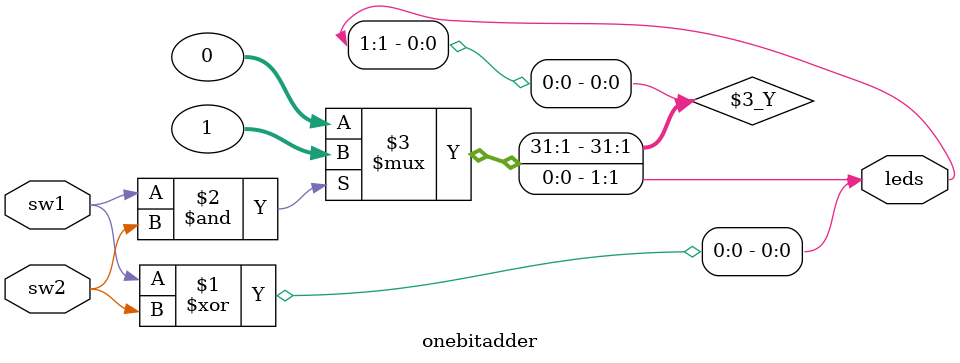
<source format=v>
module onebitadder(sw1, sw2, leds);
	input wire sw1, sw2;
	output [1:0] leds;
	
	assign leds[0] = sw1^sw2;
	assign leds[1] = (sw1 & sw2) ? 1 : 0;
	
endmodule

</source>
